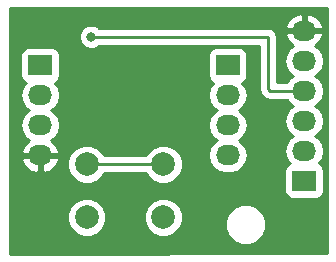
<source format=gbl>
G04 #@! TF.GenerationSoftware,KiCad,Pcbnew,no-vcs-found-7545~57~ubuntu16.04.1*
G04 #@! TF.CreationDate,2017-01-29T23:55:35+05:30*
G04 #@! TF.ProjectId,attiny13a,617474696E793133612E6B696361645F,0.1*
G04 #@! TF.FileFunction,Copper,L2,Bot,Signal*
G04 #@! TF.FilePolarity,Positive*
%FSLAX46Y46*%
G04 Gerber Fmt 4.6, Leading zero omitted, Abs format (unit mm)*
G04 Created by KiCad (PCBNEW no-vcs-found-7545~57~ubuntu16.04.1) date Sun Jan 29 23:55:35 2017*
%MOMM*%
%LPD*%
G01*
G04 APERTURE LIST*
%ADD10C,0.100000*%
%ADD11C,2.000000*%
%ADD12O,2.032000X1.727200*%
%ADD13R,2.032000X1.727200*%
%ADD14C,0.800000*%
%ADD15C,0.250000*%
%ADD16C,0.254000*%
G04 APERTURE END LIST*
D10*
D11*
X126873000Y-102036000D03*
X126873000Y-97536000D03*
X133373000Y-102036000D03*
X133373000Y-97536000D03*
D12*
X138811000Y-96774000D03*
X138811000Y-94234000D03*
X138811000Y-91694000D03*
D13*
X138811000Y-89154000D03*
X122936000Y-89154000D03*
D12*
X122936000Y-91694000D03*
X122936000Y-94234000D03*
X122936000Y-96774000D03*
X145288000Y-86233000D03*
X145288000Y-88773000D03*
X145288000Y-91313000D03*
X145288000Y-93853000D03*
X145288000Y-96393000D03*
D13*
X145288000Y-98933000D03*
D14*
X127254000Y-86741000D03*
D15*
X145288000Y-91313000D02*
X142367000Y-91313000D01*
X128016000Y-86741000D02*
X127254000Y-86741000D01*
X141097000Y-86741000D02*
X128016000Y-86741000D01*
X142240000Y-86741000D02*
X141097000Y-86741000D01*
X142240000Y-91186000D02*
X142240000Y-86741000D01*
X142367000Y-91313000D02*
X142240000Y-91186000D01*
X126873000Y-97536000D02*
X133373000Y-97536000D01*
D16*
G36*
X147193000Y-105029592D02*
X120344000Y-105155055D01*
X120344000Y-102359795D01*
X125237716Y-102359795D01*
X125486106Y-102960943D01*
X125945637Y-103421278D01*
X126546352Y-103670716D01*
X127196795Y-103671284D01*
X127797943Y-103422894D01*
X128258278Y-102963363D01*
X128507716Y-102362648D01*
X128507718Y-102359795D01*
X131737716Y-102359795D01*
X131986106Y-102960943D01*
X132445637Y-103421278D01*
X133046352Y-103670716D01*
X133696795Y-103671284D01*
X134297943Y-103422894D01*
X134758278Y-102963363D01*
X134759840Y-102959599D01*
X138599699Y-102959599D01*
X138863281Y-103597515D01*
X139350918Y-104086004D01*
X139988373Y-104350699D01*
X140678599Y-104351301D01*
X141316515Y-104087719D01*
X141805004Y-103600082D01*
X142069699Y-102962627D01*
X142070301Y-102272401D01*
X141806719Y-101634485D01*
X141319082Y-101145996D01*
X140681627Y-100881301D01*
X139991401Y-100880699D01*
X139353485Y-101144281D01*
X138864996Y-101631918D01*
X138600301Y-102269373D01*
X138599699Y-102959599D01*
X134759840Y-102959599D01*
X135007716Y-102362648D01*
X135008284Y-101712205D01*
X134759894Y-101111057D01*
X134300363Y-100650722D01*
X133699648Y-100401284D01*
X133049205Y-100400716D01*
X132448057Y-100649106D01*
X131987722Y-101108637D01*
X131738284Y-101709352D01*
X131737716Y-102359795D01*
X128507718Y-102359795D01*
X128508284Y-101712205D01*
X128259894Y-101111057D01*
X127800363Y-100650722D01*
X127199648Y-100401284D01*
X126549205Y-100400716D01*
X125948057Y-100649106D01*
X125487722Y-101108637D01*
X125238284Y-101709352D01*
X125237716Y-102359795D01*
X120344000Y-102359795D01*
X120344000Y-97133026D01*
X121328642Y-97133026D01*
X121331291Y-97148791D01*
X121585268Y-97676036D01*
X122021680Y-98065954D01*
X122574087Y-98259184D01*
X122809000Y-98114924D01*
X122809000Y-96901000D01*
X123063000Y-96901000D01*
X123063000Y-98114924D01*
X123297913Y-98259184D01*
X123850320Y-98065954D01*
X124081061Y-97859795D01*
X125237716Y-97859795D01*
X125486106Y-98460943D01*
X125945637Y-98921278D01*
X126546352Y-99170716D01*
X127196795Y-99171284D01*
X127797943Y-98922894D01*
X128258278Y-98463363D01*
X128327773Y-98296000D01*
X131917953Y-98296000D01*
X131986106Y-98460943D01*
X132445637Y-98921278D01*
X133046352Y-99170716D01*
X133696795Y-99171284D01*
X134297943Y-98922894D01*
X134758278Y-98463363D01*
X135007716Y-97862648D01*
X135008284Y-97212205D01*
X134759894Y-96611057D01*
X134300363Y-96150722D01*
X133699648Y-95901284D01*
X133049205Y-95900716D01*
X132448057Y-96149106D01*
X131987722Y-96608637D01*
X131918227Y-96776000D01*
X128328047Y-96776000D01*
X128259894Y-96611057D01*
X127800363Y-96150722D01*
X127199648Y-95901284D01*
X126549205Y-95900716D01*
X125948057Y-96149106D01*
X125487722Y-96608637D01*
X125238284Y-97209352D01*
X125237716Y-97859795D01*
X124081061Y-97859795D01*
X124286732Y-97676036D01*
X124540709Y-97148791D01*
X124543358Y-97133026D01*
X124422217Y-96901000D01*
X123063000Y-96901000D01*
X122809000Y-96901000D01*
X121449783Y-96901000D01*
X121328642Y-97133026D01*
X120344000Y-97133026D01*
X120344000Y-91694000D01*
X121252655Y-91694000D01*
X121366729Y-92267489D01*
X121691585Y-92753670D01*
X122006366Y-92964000D01*
X121691585Y-93174330D01*
X121366729Y-93660511D01*
X121252655Y-94234000D01*
X121366729Y-94807489D01*
X121691585Y-95293670D01*
X122001069Y-95500461D01*
X121585268Y-95871964D01*
X121331291Y-96399209D01*
X121328642Y-96414974D01*
X121449783Y-96647000D01*
X122809000Y-96647000D01*
X122809000Y-96627000D01*
X123063000Y-96627000D01*
X123063000Y-96647000D01*
X124422217Y-96647000D01*
X124543358Y-96414974D01*
X124540709Y-96399209D01*
X124286732Y-95871964D01*
X123870931Y-95500461D01*
X124180415Y-95293670D01*
X124505271Y-94807489D01*
X124619345Y-94234000D01*
X124505271Y-93660511D01*
X124180415Y-93174330D01*
X123865634Y-92964000D01*
X124180415Y-92753670D01*
X124505271Y-92267489D01*
X124619345Y-91694000D01*
X137127655Y-91694000D01*
X137241729Y-92267489D01*
X137566585Y-92753670D01*
X137881366Y-92964000D01*
X137566585Y-93174330D01*
X137241729Y-93660511D01*
X137127655Y-94234000D01*
X137241729Y-94807489D01*
X137566585Y-95293670D01*
X137881366Y-95504000D01*
X137566585Y-95714330D01*
X137241729Y-96200511D01*
X137127655Y-96774000D01*
X137241729Y-97347489D01*
X137566585Y-97833670D01*
X138052766Y-98158526D01*
X138626255Y-98272600D01*
X138995745Y-98272600D01*
X139569234Y-98158526D01*
X140055415Y-97833670D01*
X140380271Y-97347489D01*
X140494345Y-96774000D01*
X140380271Y-96200511D01*
X140055415Y-95714330D01*
X139740634Y-95504000D01*
X140055415Y-95293670D01*
X140380271Y-94807489D01*
X140494345Y-94234000D01*
X140380271Y-93660511D01*
X140055415Y-93174330D01*
X139740634Y-92964000D01*
X140055415Y-92753670D01*
X140380271Y-92267489D01*
X140494345Y-91694000D01*
X140380271Y-91120511D01*
X140055415Y-90634330D01*
X140038434Y-90622984D01*
X140074765Y-90615757D01*
X140284809Y-90475409D01*
X140425157Y-90265365D01*
X140474440Y-90017600D01*
X140474440Y-88290400D01*
X140425157Y-88042635D01*
X140284809Y-87832591D01*
X140074765Y-87692243D01*
X139827000Y-87642960D01*
X137795000Y-87642960D01*
X137547235Y-87692243D01*
X137337191Y-87832591D01*
X137196843Y-88042635D01*
X137147560Y-88290400D01*
X137147560Y-90017600D01*
X137196843Y-90265365D01*
X137337191Y-90475409D01*
X137547235Y-90615757D01*
X137583566Y-90622984D01*
X137566585Y-90634330D01*
X137241729Y-91120511D01*
X137127655Y-91694000D01*
X124619345Y-91694000D01*
X124505271Y-91120511D01*
X124180415Y-90634330D01*
X124163434Y-90622984D01*
X124199765Y-90615757D01*
X124409809Y-90475409D01*
X124550157Y-90265365D01*
X124599440Y-90017600D01*
X124599440Y-88290400D01*
X124550157Y-88042635D01*
X124409809Y-87832591D01*
X124199765Y-87692243D01*
X123952000Y-87642960D01*
X121920000Y-87642960D01*
X121672235Y-87692243D01*
X121462191Y-87832591D01*
X121321843Y-88042635D01*
X121272560Y-88290400D01*
X121272560Y-90017600D01*
X121321843Y-90265365D01*
X121462191Y-90475409D01*
X121672235Y-90615757D01*
X121708566Y-90622984D01*
X121691585Y-90634330D01*
X121366729Y-91120511D01*
X121252655Y-91694000D01*
X120344000Y-91694000D01*
X120344000Y-86945971D01*
X126218821Y-86945971D01*
X126376058Y-87326515D01*
X126666954Y-87617919D01*
X127047223Y-87775820D01*
X127458971Y-87776179D01*
X127839515Y-87618942D01*
X127957663Y-87501000D01*
X141480000Y-87501000D01*
X141480000Y-91186000D01*
X141537852Y-91476839D01*
X141702599Y-91723401D01*
X141829599Y-91850401D01*
X142076161Y-92015148D01*
X142367000Y-92073000D01*
X143843352Y-92073000D01*
X144043585Y-92372670D01*
X144358366Y-92583000D01*
X144043585Y-92793330D01*
X143718729Y-93279511D01*
X143604655Y-93853000D01*
X143718729Y-94426489D01*
X144043585Y-94912670D01*
X144358366Y-95123000D01*
X144043585Y-95333330D01*
X143718729Y-95819511D01*
X143604655Y-96393000D01*
X143718729Y-96966489D01*
X144043585Y-97452670D01*
X144060566Y-97464016D01*
X144024235Y-97471243D01*
X143814191Y-97611591D01*
X143673843Y-97821635D01*
X143624560Y-98069400D01*
X143624560Y-99796600D01*
X143673843Y-100044365D01*
X143814191Y-100254409D01*
X144024235Y-100394757D01*
X144272000Y-100444040D01*
X146304000Y-100444040D01*
X146551765Y-100394757D01*
X146761809Y-100254409D01*
X146902157Y-100044365D01*
X146951440Y-99796600D01*
X146951440Y-98069400D01*
X146902157Y-97821635D01*
X146761809Y-97611591D01*
X146551765Y-97471243D01*
X146515434Y-97464016D01*
X146532415Y-97452670D01*
X146857271Y-96966489D01*
X146971345Y-96393000D01*
X146857271Y-95819511D01*
X146532415Y-95333330D01*
X146217634Y-95123000D01*
X146532415Y-94912670D01*
X146857271Y-94426489D01*
X146971345Y-93853000D01*
X146857271Y-93279511D01*
X146532415Y-92793330D01*
X146217634Y-92583000D01*
X146532415Y-92372670D01*
X146857271Y-91886489D01*
X146971345Y-91313000D01*
X146857271Y-90739511D01*
X146532415Y-90253330D01*
X146217634Y-90043000D01*
X146532415Y-89832670D01*
X146857271Y-89346489D01*
X146971345Y-88773000D01*
X146857271Y-88199511D01*
X146532415Y-87713330D01*
X146222931Y-87506539D01*
X146638732Y-87135036D01*
X146892709Y-86607791D01*
X146895358Y-86592026D01*
X146774217Y-86360000D01*
X145415000Y-86360000D01*
X145415000Y-86380000D01*
X145161000Y-86380000D01*
X145161000Y-86360000D01*
X143801783Y-86360000D01*
X143680642Y-86592026D01*
X143683291Y-86607791D01*
X143937268Y-87135036D01*
X144353069Y-87506539D01*
X144043585Y-87713330D01*
X143718729Y-88199511D01*
X143604655Y-88773000D01*
X143718729Y-89346489D01*
X144043585Y-89832670D01*
X144358366Y-90043000D01*
X144043585Y-90253330D01*
X143843352Y-90553000D01*
X143000000Y-90553000D01*
X143000000Y-86741000D01*
X142942148Y-86450161D01*
X142777401Y-86203599D01*
X142530839Y-86038852D01*
X142240000Y-85981000D01*
X127957761Y-85981000D01*
X127850922Y-85873974D01*
X143680642Y-85873974D01*
X143801783Y-86106000D01*
X145161000Y-86106000D01*
X145161000Y-84892076D01*
X145415000Y-84892076D01*
X145415000Y-86106000D01*
X146774217Y-86106000D01*
X146895358Y-85873974D01*
X146892709Y-85858209D01*
X146638732Y-85330964D01*
X146202320Y-84941046D01*
X145649913Y-84747816D01*
X145415000Y-84892076D01*
X145161000Y-84892076D01*
X144926087Y-84747816D01*
X144373680Y-84941046D01*
X143937268Y-85330964D01*
X143683291Y-85858209D01*
X143680642Y-85873974D01*
X127850922Y-85873974D01*
X127841046Y-85864081D01*
X127460777Y-85706180D01*
X127049029Y-85705821D01*
X126668485Y-85863058D01*
X126377081Y-86153954D01*
X126219180Y-86534223D01*
X126218821Y-86945971D01*
X120344000Y-86945971D01*
X120344000Y-84276000D01*
X147193000Y-84276000D01*
X147193000Y-105029592D01*
X147193000Y-105029592D01*
G37*
X147193000Y-105029592D02*
X120344000Y-105155055D01*
X120344000Y-102359795D01*
X125237716Y-102359795D01*
X125486106Y-102960943D01*
X125945637Y-103421278D01*
X126546352Y-103670716D01*
X127196795Y-103671284D01*
X127797943Y-103422894D01*
X128258278Y-102963363D01*
X128507716Y-102362648D01*
X128507718Y-102359795D01*
X131737716Y-102359795D01*
X131986106Y-102960943D01*
X132445637Y-103421278D01*
X133046352Y-103670716D01*
X133696795Y-103671284D01*
X134297943Y-103422894D01*
X134758278Y-102963363D01*
X134759840Y-102959599D01*
X138599699Y-102959599D01*
X138863281Y-103597515D01*
X139350918Y-104086004D01*
X139988373Y-104350699D01*
X140678599Y-104351301D01*
X141316515Y-104087719D01*
X141805004Y-103600082D01*
X142069699Y-102962627D01*
X142070301Y-102272401D01*
X141806719Y-101634485D01*
X141319082Y-101145996D01*
X140681627Y-100881301D01*
X139991401Y-100880699D01*
X139353485Y-101144281D01*
X138864996Y-101631918D01*
X138600301Y-102269373D01*
X138599699Y-102959599D01*
X134759840Y-102959599D01*
X135007716Y-102362648D01*
X135008284Y-101712205D01*
X134759894Y-101111057D01*
X134300363Y-100650722D01*
X133699648Y-100401284D01*
X133049205Y-100400716D01*
X132448057Y-100649106D01*
X131987722Y-101108637D01*
X131738284Y-101709352D01*
X131737716Y-102359795D01*
X128507718Y-102359795D01*
X128508284Y-101712205D01*
X128259894Y-101111057D01*
X127800363Y-100650722D01*
X127199648Y-100401284D01*
X126549205Y-100400716D01*
X125948057Y-100649106D01*
X125487722Y-101108637D01*
X125238284Y-101709352D01*
X125237716Y-102359795D01*
X120344000Y-102359795D01*
X120344000Y-97133026D01*
X121328642Y-97133026D01*
X121331291Y-97148791D01*
X121585268Y-97676036D01*
X122021680Y-98065954D01*
X122574087Y-98259184D01*
X122809000Y-98114924D01*
X122809000Y-96901000D01*
X123063000Y-96901000D01*
X123063000Y-98114924D01*
X123297913Y-98259184D01*
X123850320Y-98065954D01*
X124081061Y-97859795D01*
X125237716Y-97859795D01*
X125486106Y-98460943D01*
X125945637Y-98921278D01*
X126546352Y-99170716D01*
X127196795Y-99171284D01*
X127797943Y-98922894D01*
X128258278Y-98463363D01*
X128327773Y-98296000D01*
X131917953Y-98296000D01*
X131986106Y-98460943D01*
X132445637Y-98921278D01*
X133046352Y-99170716D01*
X133696795Y-99171284D01*
X134297943Y-98922894D01*
X134758278Y-98463363D01*
X135007716Y-97862648D01*
X135008284Y-97212205D01*
X134759894Y-96611057D01*
X134300363Y-96150722D01*
X133699648Y-95901284D01*
X133049205Y-95900716D01*
X132448057Y-96149106D01*
X131987722Y-96608637D01*
X131918227Y-96776000D01*
X128328047Y-96776000D01*
X128259894Y-96611057D01*
X127800363Y-96150722D01*
X127199648Y-95901284D01*
X126549205Y-95900716D01*
X125948057Y-96149106D01*
X125487722Y-96608637D01*
X125238284Y-97209352D01*
X125237716Y-97859795D01*
X124081061Y-97859795D01*
X124286732Y-97676036D01*
X124540709Y-97148791D01*
X124543358Y-97133026D01*
X124422217Y-96901000D01*
X123063000Y-96901000D01*
X122809000Y-96901000D01*
X121449783Y-96901000D01*
X121328642Y-97133026D01*
X120344000Y-97133026D01*
X120344000Y-91694000D01*
X121252655Y-91694000D01*
X121366729Y-92267489D01*
X121691585Y-92753670D01*
X122006366Y-92964000D01*
X121691585Y-93174330D01*
X121366729Y-93660511D01*
X121252655Y-94234000D01*
X121366729Y-94807489D01*
X121691585Y-95293670D01*
X122001069Y-95500461D01*
X121585268Y-95871964D01*
X121331291Y-96399209D01*
X121328642Y-96414974D01*
X121449783Y-96647000D01*
X122809000Y-96647000D01*
X122809000Y-96627000D01*
X123063000Y-96627000D01*
X123063000Y-96647000D01*
X124422217Y-96647000D01*
X124543358Y-96414974D01*
X124540709Y-96399209D01*
X124286732Y-95871964D01*
X123870931Y-95500461D01*
X124180415Y-95293670D01*
X124505271Y-94807489D01*
X124619345Y-94234000D01*
X124505271Y-93660511D01*
X124180415Y-93174330D01*
X123865634Y-92964000D01*
X124180415Y-92753670D01*
X124505271Y-92267489D01*
X124619345Y-91694000D01*
X137127655Y-91694000D01*
X137241729Y-92267489D01*
X137566585Y-92753670D01*
X137881366Y-92964000D01*
X137566585Y-93174330D01*
X137241729Y-93660511D01*
X137127655Y-94234000D01*
X137241729Y-94807489D01*
X137566585Y-95293670D01*
X137881366Y-95504000D01*
X137566585Y-95714330D01*
X137241729Y-96200511D01*
X137127655Y-96774000D01*
X137241729Y-97347489D01*
X137566585Y-97833670D01*
X138052766Y-98158526D01*
X138626255Y-98272600D01*
X138995745Y-98272600D01*
X139569234Y-98158526D01*
X140055415Y-97833670D01*
X140380271Y-97347489D01*
X140494345Y-96774000D01*
X140380271Y-96200511D01*
X140055415Y-95714330D01*
X139740634Y-95504000D01*
X140055415Y-95293670D01*
X140380271Y-94807489D01*
X140494345Y-94234000D01*
X140380271Y-93660511D01*
X140055415Y-93174330D01*
X139740634Y-92964000D01*
X140055415Y-92753670D01*
X140380271Y-92267489D01*
X140494345Y-91694000D01*
X140380271Y-91120511D01*
X140055415Y-90634330D01*
X140038434Y-90622984D01*
X140074765Y-90615757D01*
X140284809Y-90475409D01*
X140425157Y-90265365D01*
X140474440Y-90017600D01*
X140474440Y-88290400D01*
X140425157Y-88042635D01*
X140284809Y-87832591D01*
X140074765Y-87692243D01*
X139827000Y-87642960D01*
X137795000Y-87642960D01*
X137547235Y-87692243D01*
X137337191Y-87832591D01*
X137196843Y-88042635D01*
X137147560Y-88290400D01*
X137147560Y-90017600D01*
X137196843Y-90265365D01*
X137337191Y-90475409D01*
X137547235Y-90615757D01*
X137583566Y-90622984D01*
X137566585Y-90634330D01*
X137241729Y-91120511D01*
X137127655Y-91694000D01*
X124619345Y-91694000D01*
X124505271Y-91120511D01*
X124180415Y-90634330D01*
X124163434Y-90622984D01*
X124199765Y-90615757D01*
X124409809Y-90475409D01*
X124550157Y-90265365D01*
X124599440Y-90017600D01*
X124599440Y-88290400D01*
X124550157Y-88042635D01*
X124409809Y-87832591D01*
X124199765Y-87692243D01*
X123952000Y-87642960D01*
X121920000Y-87642960D01*
X121672235Y-87692243D01*
X121462191Y-87832591D01*
X121321843Y-88042635D01*
X121272560Y-88290400D01*
X121272560Y-90017600D01*
X121321843Y-90265365D01*
X121462191Y-90475409D01*
X121672235Y-90615757D01*
X121708566Y-90622984D01*
X121691585Y-90634330D01*
X121366729Y-91120511D01*
X121252655Y-91694000D01*
X120344000Y-91694000D01*
X120344000Y-86945971D01*
X126218821Y-86945971D01*
X126376058Y-87326515D01*
X126666954Y-87617919D01*
X127047223Y-87775820D01*
X127458971Y-87776179D01*
X127839515Y-87618942D01*
X127957663Y-87501000D01*
X141480000Y-87501000D01*
X141480000Y-91186000D01*
X141537852Y-91476839D01*
X141702599Y-91723401D01*
X141829599Y-91850401D01*
X142076161Y-92015148D01*
X142367000Y-92073000D01*
X143843352Y-92073000D01*
X144043585Y-92372670D01*
X144358366Y-92583000D01*
X144043585Y-92793330D01*
X143718729Y-93279511D01*
X143604655Y-93853000D01*
X143718729Y-94426489D01*
X144043585Y-94912670D01*
X144358366Y-95123000D01*
X144043585Y-95333330D01*
X143718729Y-95819511D01*
X143604655Y-96393000D01*
X143718729Y-96966489D01*
X144043585Y-97452670D01*
X144060566Y-97464016D01*
X144024235Y-97471243D01*
X143814191Y-97611591D01*
X143673843Y-97821635D01*
X143624560Y-98069400D01*
X143624560Y-99796600D01*
X143673843Y-100044365D01*
X143814191Y-100254409D01*
X144024235Y-100394757D01*
X144272000Y-100444040D01*
X146304000Y-100444040D01*
X146551765Y-100394757D01*
X146761809Y-100254409D01*
X146902157Y-100044365D01*
X146951440Y-99796600D01*
X146951440Y-98069400D01*
X146902157Y-97821635D01*
X146761809Y-97611591D01*
X146551765Y-97471243D01*
X146515434Y-97464016D01*
X146532415Y-97452670D01*
X146857271Y-96966489D01*
X146971345Y-96393000D01*
X146857271Y-95819511D01*
X146532415Y-95333330D01*
X146217634Y-95123000D01*
X146532415Y-94912670D01*
X146857271Y-94426489D01*
X146971345Y-93853000D01*
X146857271Y-93279511D01*
X146532415Y-92793330D01*
X146217634Y-92583000D01*
X146532415Y-92372670D01*
X146857271Y-91886489D01*
X146971345Y-91313000D01*
X146857271Y-90739511D01*
X146532415Y-90253330D01*
X146217634Y-90043000D01*
X146532415Y-89832670D01*
X146857271Y-89346489D01*
X146971345Y-88773000D01*
X146857271Y-88199511D01*
X146532415Y-87713330D01*
X146222931Y-87506539D01*
X146638732Y-87135036D01*
X146892709Y-86607791D01*
X146895358Y-86592026D01*
X146774217Y-86360000D01*
X145415000Y-86360000D01*
X145415000Y-86380000D01*
X145161000Y-86380000D01*
X145161000Y-86360000D01*
X143801783Y-86360000D01*
X143680642Y-86592026D01*
X143683291Y-86607791D01*
X143937268Y-87135036D01*
X144353069Y-87506539D01*
X144043585Y-87713330D01*
X143718729Y-88199511D01*
X143604655Y-88773000D01*
X143718729Y-89346489D01*
X144043585Y-89832670D01*
X144358366Y-90043000D01*
X144043585Y-90253330D01*
X143843352Y-90553000D01*
X143000000Y-90553000D01*
X143000000Y-86741000D01*
X142942148Y-86450161D01*
X142777401Y-86203599D01*
X142530839Y-86038852D01*
X142240000Y-85981000D01*
X127957761Y-85981000D01*
X127850922Y-85873974D01*
X143680642Y-85873974D01*
X143801783Y-86106000D01*
X145161000Y-86106000D01*
X145161000Y-84892076D01*
X145415000Y-84892076D01*
X145415000Y-86106000D01*
X146774217Y-86106000D01*
X146895358Y-85873974D01*
X146892709Y-85858209D01*
X146638732Y-85330964D01*
X146202320Y-84941046D01*
X145649913Y-84747816D01*
X145415000Y-84892076D01*
X145161000Y-84892076D01*
X144926087Y-84747816D01*
X144373680Y-84941046D01*
X143937268Y-85330964D01*
X143683291Y-85858209D01*
X143680642Y-85873974D01*
X127850922Y-85873974D01*
X127841046Y-85864081D01*
X127460777Y-85706180D01*
X127049029Y-85705821D01*
X126668485Y-85863058D01*
X126377081Y-86153954D01*
X126219180Y-86534223D01*
X126218821Y-86945971D01*
X120344000Y-86945971D01*
X120344000Y-84276000D01*
X147193000Y-84276000D01*
X147193000Y-105029592D01*
M02*

</source>
